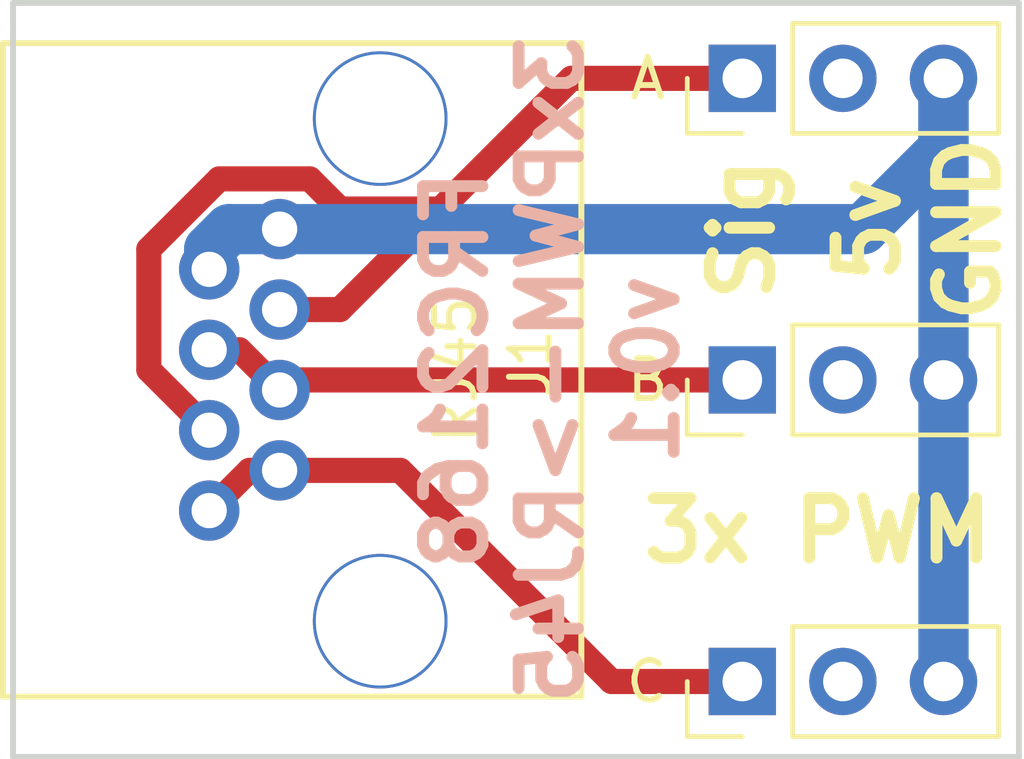
<source format=kicad_pcb>
(kicad_pcb (version 4) (host pcbnew 4.0.5)

  (general
    (links 10)
    (no_connects 0)
    (area 123.749999 94.539999 149.300001 113.740001)
    (thickness 1.6)
    (drawings 10)
    (tracks 28)
    (zones 0)
    (modules 4)
    (nets 8)
  )

  (page A4)
  (layers
    (0 F.Cu signal)
    (31 B.Cu signal)
    (32 B.Adhes user)
    (33 F.Adhes user)
    (34 B.Paste user)
    (35 F.Paste user)
    (36 B.SilkS user)
    (37 F.SilkS user)
    (38 B.Mask user)
    (39 F.Mask user)
    (40 Dwgs.User user)
    (41 Cmts.User user)
    (42 Eco1.User user)
    (43 Eco2.User user)
    (44 Edge.Cuts user)
    (45 Margin user)
    (46 B.CrtYd user)
    (47 F.CrtYd user)
    (48 B.Fab user)
    (49 F.Fab user)
  )

  (setup
    (last_trace_width 0.25)
    (trace_clearance 0.1524)
    (zone_clearance 0.508)
    (zone_45_only no)
    (trace_min 0.1524)
    (segment_width 0.2)
    (edge_width 0.15)
    (via_size 0.6)
    (via_drill 0.4)
    (via_min_size 0.508)
    (via_min_drill 0.3302)
    (uvia_size 0.508)
    (uvia_drill 0.3302)
    (uvias_allowed no)
    (uvia_min_size 0.508)
    (uvia_min_drill 0.3302)
    (pcb_text_width 0.3)
    (pcb_text_size 1.5 1.5)
    (mod_edge_width 0.15)
    (mod_text_size 1 1)
    (mod_text_width 0.15)
    (pad_size 1.524 1.524)
    (pad_drill 0.762)
    (pad_to_mask_clearance 0.2)
    (aux_axis_origin 0 0)
    (visible_elements 7FFFFF7F)
    (pcbplotparams
      (layerselection 0x00030_80000001)
      (usegerberextensions false)
      (excludeedgelayer true)
      (linewidth 0.100000)
      (plotframeref false)
      (viasonmask false)
      (mode 1)
      (useauxorigin false)
      (hpglpennumber 1)
      (hpglpenspeed 20)
      (hpglpendiameter 15)
      (hpglpenoverlay 2)
      (psnegative false)
      (psa4output false)
      (plotreference true)
      (plotvalue true)
      (plotinvisibletext false)
      (padsonsilk false)
      (subtractmaskfromsilk false)
      (outputformat 1)
      (mirror false)
      (drillshape 1)
      (scaleselection 1)
      (outputdirectory ""))
  )

  (net 0 "")
  (net 1 C)
  (net 2 B)
  (net 3 A)
  (net 4 GND)
  (net 5 "Net-(P1-Pad2)")
  (net 6 "Net-(P2-Pad2)")
  (net 7 "Net-(P3-Pad2)")

  (net_class Default "This is the default net class."
    (clearance 0.1524)
    (trace_width 0.25)
    (via_dia 0.6)
    (via_drill 0.4)
    (uvia_dia 0.508)
    (uvia_drill 0.3302)
    (add_net "Net-(P1-Pad2)")
    (add_net "Net-(P2-Pad2)")
    (add_net "Net-(P3-Pad2)")
  )

  (net_class Power ""
    (clearance 0.1524)
    (trace_width 1.27)
    (via_dia 0.6)
    (via_drill 0.4)
    (uvia_dia 0.508)
    (uvia_drill 0.3302)
    (add_net GND)
  )

  (net_class Signal ""
    (clearance 0.1524)
    (trace_width 0.635)
    (via_dia 0.6)
    (via_drill 0.4)
    (uvia_dia 0.508)
    (uvia_drill 0.3302)
    (add_net A)
    (add_net B)
    (add_net C)
  )

  (module RJ45:EJ45_RJHSE-5080 (layer F.Cu) (tedit 5877188A) (tstamp 587716F5)
    (at 133.096 110.236 90)
    (path /5876E701)
    (fp_text reference J1 (at 6.51002 3.79476 90) (layer F.SilkS)
      (effects (font (size 1 1) (thickness 0.15)))
    )
    (fp_text value RJ45 (at 6.62178 -8.3312 90) (layer F.Fab) hide
      (effects (font (size 1 1) (thickness 0.15)))
    )
    (fp_text user RJ45 (at 6.35 1.905 90) (layer F.SilkS)
      (effects (font (size 1 1) (thickness 0.15)))
    )
    (fp_line (start 14.605 5.08) (end -1.905 5.08) (layer F.SilkS) (width 0.15))
    (fp_line (start -1.905 5.08) (end -1.905 -9.525) (layer F.SilkS) (width 0.15))
    (fp_line (start -1.905 -9.525) (end 14.605 -9.525) (layer F.SilkS) (width 0.15))
    (fp_line (start 14.605 -9.525) (end 14.605 5.08) (layer F.SilkS) (width 0.15))
    (pad 8 thru_hole circle (at 2.794 -4.318 90) (size 1.524 1.524) (drill 0.89) (layers *.Cu *.Mask)
      (net 1 C))
    (pad 7 thru_hole circle (at 3.81 -2.54 90) (size 1.524 1.524) (drill 0.89) (layers *.Cu *.Mask)
      (net 1 C))
    (pad 6 thru_hole circle (at 4.826 -4.318 90) (size 1.524 1.524) (drill 0.89) (layers *.Cu *.Mask)
      (net 3 A))
    (pad 4 thru_hole circle (at 6.858 -4.318 90) (size 1.524 1.524) (drill 0.89) (layers *.Cu *.Mask)
      (net 2 B))
    (pad 2 thru_hole circle (at 8.89 -4.318 90) (size 1.524 1.524) (drill 0.89) (layers *.Cu *.Mask)
      (net 4 GND))
    (pad 5 thru_hole circle (at 5.842 -2.54 90) (size 1.524 1.524) (drill 0.89) (layers *.Cu *.Mask)
      (net 2 B))
    (pad 3 thru_hole circle (at 7.874 -2.54 90) (size 1.524 1.524) (drill 0.89) (layers *.Cu *.Mask)
      (net 3 A))
    (pad 1 thru_hole circle (at 9.906 -2.54 90) (size 1.524 1.524) (drill 0.89) (layers *.Cu *.Mask)
      (net 4 GND))
    (pad "" thru_hole circle (at 0 0 90) (size 3.4 3.4) (drill 3.25) (layers *.Cu *.Mask))
    (pad "" thru_hole circle (at 12.7 0 90) (size 3.4 3.4) (drill 3.25) (layers *.Cu *.Mask))
  )

  (module Pin_Headers:Pin_Header_Straight_1x03_Pitch2.54mm (layer F.Cu) (tedit 5877199D) (tstamp 5877170D)
    (at 142.24 96.52 90)
    (descr "Through hole straight pin header, 1x03, 2.54mm pitch, single row")
    (tags "Through hole pin header THT 1x03 2.54mm single row")
    (path /5876E62D)
    (fp_text reference A (at 0 -2.39 180) (layer F.SilkS)
      (effects (font (size 1 1) (thickness 0.15)))
    )
    (fp_text value CONN_01X03 (at 0 7.47 90) (layer F.Fab) hide
      (effects (font (size 1 1) (thickness 0.15)))
    )
    (fp_line (start -1.27 -1.27) (end -1.27 6.35) (layer F.Fab) (width 0.1))
    (fp_line (start -1.27 6.35) (end 1.27 6.35) (layer F.Fab) (width 0.1))
    (fp_line (start 1.27 6.35) (end 1.27 -1.27) (layer F.Fab) (width 0.1))
    (fp_line (start 1.27 -1.27) (end -1.27 -1.27) (layer F.Fab) (width 0.1))
    (fp_line (start -1.39 1.27) (end -1.39 6.47) (layer F.SilkS) (width 0.12))
    (fp_line (start -1.39 6.47) (end 1.39 6.47) (layer F.SilkS) (width 0.12))
    (fp_line (start 1.39 6.47) (end 1.39 1.27) (layer F.SilkS) (width 0.12))
    (fp_line (start 1.39 1.27) (end -1.39 1.27) (layer F.SilkS) (width 0.12))
    (fp_line (start -1.39 0) (end -1.39 -1.39) (layer F.SilkS) (width 0.12))
    (fp_line (start -1.39 -1.39) (end 0 -1.39) (layer F.SilkS) (width 0.12))
    (fp_line (start -1.6 -1.6) (end -1.6 6.6) (layer F.CrtYd) (width 0.05))
    (fp_line (start -1.6 6.6) (end 1.6 6.6) (layer F.CrtYd) (width 0.05))
    (fp_line (start 1.6 6.6) (end 1.6 -1.6) (layer F.CrtYd) (width 0.05))
    (fp_line (start 1.6 -1.6) (end -1.6 -1.6) (layer F.CrtYd) (width 0.05))
    (pad 1 thru_hole rect (at 0 0 90) (size 1.7 1.7) (drill 1) (layers *.Cu *.Mask)
      (net 3 A))
    (pad 2 thru_hole oval (at 0 2.54 90) (size 1.7 1.7) (drill 1) (layers *.Cu *.Mask)
      (net 5 "Net-(P1-Pad2)"))
    (pad 3 thru_hole oval (at 0 5.08 90) (size 1.7 1.7) (drill 1) (layers *.Cu *.Mask)
      (net 4 GND))
    (model Pin_Headers.3dshapes/Pin_Header_Straight_1x03_Pitch2.54mm.wrl
      (at (xyz 0 -0.1 0))
      (scale (xyz 1 1 1))
      (rotate (xyz 0 0 90))
    )
  )

  (module Pin_Headers:Pin_Header_Straight_1x03_Pitch2.54mm (layer F.Cu) (tedit 58771995) (tstamp 58771714)
    (at 142.24 104.14 90)
    (descr "Through hole straight pin header, 1x03, 2.54mm pitch, single row")
    (tags "Through hole pin header THT 1x03 2.54mm single row")
    (path /5876E692)
    (fp_text reference B (at 0 -2.39 180) (layer F.SilkS)
      (effects (font (size 1 1) (thickness 0.15)))
    )
    (fp_text value CONN_01X03 (at 0 7.47 90) (layer F.Fab) hide
      (effects (font (size 1 1) (thickness 0.15)))
    )
    (fp_line (start -1.27 -1.27) (end -1.27 6.35) (layer F.Fab) (width 0.1))
    (fp_line (start -1.27 6.35) (end 1.27 6.35) (layer F.Fab) (width 0.1))
    (fp_line (start 1.27 6.35) (end 1.27 -1.27) (layer F.Fab) (width 0.1))
    (fp_line (start 1.27 -1.27) (end -1.27 -1.27) (layer F.Fab) (width 0.1))
    (fp_line (start -1.39 1.27) (end -1.39 6.47) (layer F.SilkS) (width 0.12))
    (fp_line (start -1.39 6.47) (end 1.39 6.47) (layer F.SilkS) (width 0.12))
    (fp_line (start 1.39 6.47) (end 1.39 1.27) (layer F.SilkS) (width 0.12))
    (fp_line (start 1.39 1.27) (end -1.39 1.27) (layer F.SilkS) (width 0.12))
    (fp_line (start -1.39 0) (end -1.39 -1.39) (layer F.SilkS) (width 0.12))
    (fp_line (start -1.39 -1.39) (end 0 -1.39) (layer F.SilkS) (width 0.12))
    (fp_line (start -1.6 -1.6) (end -1.6 6.6) (layer F.CrtYd) (width 0.05))
    (fp_line (start -1.6 6.6) (end 1.6 6.6) (layer F.CrtYd) (width 0.05))
    (fp_line (start 1.6 6.6) (end 1.6 -1.6) (layer F.CrtYd) (width 0.05))
    (fp_line (start 1.6 -1.6) (end -1.6 -1.6) (layer F.CrtYd) (width 0.05))
    (pad 1 thru_hole rect (at 0 0 90) (size 1.7 1.7) (drill 1) (layers *.Cu *.Mask)
      (net 2 B))
    (pad 2 thru_hole oval (at 0 2.54 90) (size 1.7 1.7) (drill 1) (layers *.Cu *.Mask)
      (net 6 "Net-(P2-Pad2)"))
    (pad 3 thru_hole oval (at 0 5.08 90) (size 1.7 1.7) (drill 1) (layers *.Cu *.Mask)
      (net 4 GND))
    (model Pin_Headers.3dshapes/Pin_Header_Straight_1x03_Pitch2.54mm.wrl
      (at (xyz 0 -0.1 0))
      (scale (xyz 1 1 1))
      (rotate (xyz 0 0 90))
    )
  )

  (module Pin_Headers:Pin_Header_Straight_1x03_Pitch2.54mm (layer F.Cu) (tedit 58771992) (tstamp 5877171B)
    (at 142.24 111.76 90)
    (descr "Through hole straight pin header, 1x03, 2.54mm pitch, single row")
    (tags "Through hole pin header THT 1x03 2.54mm single row")
    (path /5876E6C1)
    (fp_text reference C (at 0 -2.413 180) (layer F.SilkS)
      (effects (font (size 1 1) (thickness 0.15)))
    )
    (fp_text value CONN_01X03 (at 0 7.47 90) (layer F.Fab) hide
      (effects (font (size 1 1) (thickness 0.15)))
    )
    (fp_line (start -1.27 -1.27) (end -1.27 6.35) (layer F.Fab) (width 0.1))
    (fp_line (start -1.27 6.35) (end 1.27 6.35) (layer F.Fab) (width 0.1))
    (fp_line (start 1.27 6.35) (end 1.27 -1.27) (layer F.Fab) (width 0.1))
    (fp_line (start 1.27 -1.27) (end -1.27 -1.27) (layer F.Fab) (width 0.1))
    (fp_line (start -1.39 1.27) (end -1.39 6.47) (layer F.SilkS) (width 0.12))
    (fp_line (start -1.39 6.47) (end 1.39 6.47) (layer F.SilkS) (width 0.12))
    (fp_line (start 1.39 6.47) (end 1.39 1.27) (layer F.SilkS) (width 0.12))
    (fp_line (start 1.39 1.27) (end -1.39 1.27) (layer F.SilkS) (width 0.12))
    (fp_line (start -1.39 0) (end -1.39 -1.39) (layer F.SilkS) (width 0.12))
    (fp_line (start -1.39 -1.39) (end 0 -1.39) (layer F.SilkS) (width 0.12))
    (fp_line (start -1.6 -1.6) (end -1.6 6.6) (layer F.CrtYd) (width 0.05))
    (fp_line (start -1.6 6.6) (end 1.6 6.6) (layer F.CrtYd) (width 0.05))
    (fp_line (start 1.6 6.6) (end 1.6 -1.6) (layer F.CrtYd) (width 0.05))
    (fp_line (start 1.6 -1.6) (end -1.6 -1.6) (layer F.CrtYd) (width 0.05))
    (pad 1 thru_hole rect (at 0 0 90) (size 1.7 1.7) (drill 1) (layers *.Cu *.Mask)
      (net 1 C))
    (pad 2 thru_hole oval (at 0 2.54 90) (size 1.7 1.7) (drill 1) (layers *.Cu *.Mask)
      (net 7 "Net-(P3-Pad2)"))
    (pad 3 thru_hole oval (at 0 5.08 90) (size 1.7 1.7) (drill 1) (layers *.Cu *.Mask)
      (net 4 GND))
    (model Pin_Headers.3dshapes/Pin_Header_Straight_1x03_Pitch2.54mm.wrl
      (at (xyz 0 -0.1 0))
      (scale (xyz 1 1 1))
      (rotate (xyz 0 0 90))
    )
  )

  (gr_line (start 123.825 94.615) (end 149.225 94.615) (angle 90) (layer Edge.Cuts) (width 0.15))
  (gr_line (start 123.825 95.25) (end 123.825 94.615) (angle 90) (layer Edge.Cuts) (width 0.15))
  (gr_line (start 123.825 113.665) (end 123.825 95.25) (angle 90) (layer Edge.Cuts) (width 0.15))
  (gr_line (start 149.225 113.665) (end 123.825 113.665) (angle 90) (layer Edge.Cuts) (width 0.15))
  (gr_text "FRC2168\n3xPWM->RJ45\nv0.1" (at 137.414 103.886 90) (layer B.SilkS)
    (effects (font (size 1.5 1.5) (thickness 0.3)) (justify mirror))
  )
  (gr_text GND (at 147.955 100.33 90) (layer F.SilkS)
    (effects (font (size 1.5 1.5) (thickness 0.3)))
  )
  (gr_text 5v (at 145.415 100.33 90) (layer F.SilkS)
    (effects (font (size 1.5 1.5) (thickness 0.3)))
  )
  (gr_text Sig (at 142.24 100.33 90) (layer F.SilkS)
    (effects (font (size 1.5 1.5) (thickness 0.3)))
  )
  (gr_text "3x PWM" (at 144.145 107.95) (layer F.SilkS)
    (effects (font (size 1.5 1.5) (thickness 0.3)))
  )
  (gr_line (start 149.225 94.615) (end 149.225 113.665) (angle 90) (layer Edge.Cuts) (width 0.15))

  (segment (start 142.24 111.76) (end 138.938 111.76) (width 0.635) (layer F.Cu) (net 1) (status 400000))
  (segment (start 133.604 106.426) (end 129.794 106.426) (width 0.635) (layer F.Cu) (net 1) (tstamp 58771A72) (status 800000))
  (segment (start 138.938 111.76) (end 133.604 106.426) (width 0.635) (layer F.Cu) (net 1) (tstamp 58771A6C))
  (segment (start 129.794 106.426) (end 128.778 107.442) (width 0.635) (layer F.Cu) (net 1) (tstamp 58771A74) (status C00000))
  (segment (start 128.778 103.378) (end 129.54 103.378) (width 0.635) (layer F.Cu) (net 2) (status C00000))
  (segment (start 129.54 103.378) (end 130.302 104.14) (width 0.635) (layer F.Cu) (net 2) (tstamp 58771A67) (status C00000))
  (segment (start 130.302 104.14) (end 142.24 104.14) (width 0.635) (layer F.Cu) (net 2) (tstamp 58771A68) (status C00000))
  (segment (start 141.732 104.648) (end 142.24 104.14) (width 0.635) (layer F.Cu) (net 2) (tstamp 58771955))
  (segment (start 130.556 102.362) (end 132.08 102.362) (width 0.635) (layer F.Cu) (net 3) (status 400000))
  (segment (start 132.08 102.362) (end 134.62 99.822) (width 0.635) (layer F.Cu) (net 3) (tstamp 58771A61))
  (segment (start 142.24 96.52) (end 137.922 96.52) (width 0.635) (layer F.Cu) (net 3) (status 400000))
  (segment (start 127.254 103.886) (end 128.778 105.41) (width 0.635) (layer F.Cu) (net 3) (tstamp 58771A5E) (status 800000))
  (segment (start 127.254 100.838) (end 127.254 103.886) (width 0.635) (layer F.Cu) (net 3) (tstamp 58771A5A))
  (segment (start 129.032 99.06) (end 127.254 100.838) (width 0.635) (layer F.Cu) (net 3) (tstamp 58771A58))
  (segment (start 131.318 99.06) (end 129.032 99.06) (width 0.635) (layer F.Cu) (net 3) (tstamp 58771A57))
  (segment (start 132.08 99.822) (end 131.318 99.06) (width 0.635) (layer F.Cu) (net 3) (tstamp 58771A55))
  (segment (start 134.62 99.822) (end 132.08 99.822) (width 0.635) (layer F.Cu) (net 3) (tstamp 58771A53))
  (segment (start 137.922 96.52) (end 134.62 99.822) (width 0.635) (layer F.Cu) (net 3) (tstamp 58771A4C))
  (segment (start 128.778 101.346) (end 128.778 100.838) (width 1.27) (layer B.Cu) (net 4) (status C00000))
  (segment (start 128.778 100.838) (end 129.286 100.33) (width 1.27) (layer B.Cu) (net 4) (tstamp 58771A34) (status 400000))
  (segment (start 129.286 100.33) (end 130.556 100.33) (width 1.27) (layer B.Cu) (net 4) (tstamp 58771A37) (status 800000))
  (segment (start 130.556 100.33) (end 143.002 100.33) (width 1.27) (layer B.Cu) (net 4) (tstamp 58771A38) (status 400000))
  (segment (start 143.002 100.33) (end 145.288 100.33) (width 1.27) (layer B.Cu) (net 4) (tstamp 58771A39))
  (segment (start 145.288 100.33) (end 147.32 98.298) (width 1.27) (layer B.Cu) (net 4) (tstamp 58771A3B))
  (segment (start 147.32 98.298) (end 147.32 96.52) (width 1.27) (layer B.Cu) (net 4) (tstamp 58771A43) (status 800000))
  (segment (start 147.32 96.52) (end 147.32 98.7806) (width 1.27) (layer B.Cu) (net 4))
  (segment (start 147.32 98.7806) (end 147.32 104.14) (width 1.27) (layer B.Cu) (net 4) (tstamp 587718D9))
  (segment (start 147.32 111.76) (end 147.32 104.14) (width 1.27) (layer B.Cu) (net 4))

)

</source>
